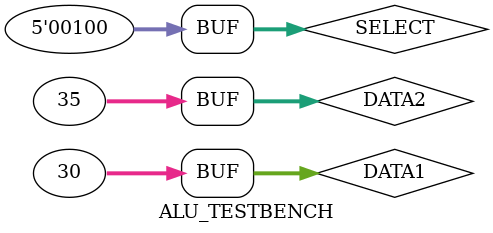
<source format=v>
`timescale 1ns/100ps // defining the time units used in the system

module ALU(DATA1, DATA2, RESULT, SELECT, ZERO, SIGN_BIT, SLTU_BIT);
    input[31:0] DATA1, DATA2;   // defining variables to get the input values
    input[4:0] SELECT;          // variable to store the ALU opcode
    output reg[31:0] RESULT;    // variable to store the result of the ALU
    output ZERO, SIGN_BIT, SLTU_BIT;

// defining variables to store the results of each airthmatic operation
    wire[31:0]  AND_RES,    // and operation
                OR_RES,     // or operation
                XOR_RES,    // xor operation 
                ADD_RES,    // addition operation
                SUB_RES,    // subtraction
                SLL_RES,    // shift left logical
                SRL_RES,    // shift right logical
                SRA_RES,    // shift right airthmatic
                FWD_RES,    // forward operation
                MUL_RES,    // multiplication
                MULH_RES,   // multiplication higher signed * signed
                MULHU_RES,  // multiplication higher unsigned * unsigned
                MULHSU_RES, // multiplication higher signed * unsigned
                DIV_RES,    // division
                DIVU_RES,       // unsigned division
                REM_RES,    // signed remainder
                REMU_RES,    // unsigned remainder
                SLT_RES,    // less than
                SLTU_RES;   // less than unsigned


    assign ZERO = ~(|RESULT);
    assign SIGN_BIT = RESULT[31];
    assign SLTU_BIT = SLTU_RES[0]; 

    // operating bitwise operations with 3 time unit delay

    //R type instructions
    assign  #1 AND_RES = DATA1 & DATA2;
    assign  #1 OR_RES = DATA1 | DATA2;
    assign  #1 XOR_RES = DATA1 ^ DATA2;
    assign  #2 ADD_RES = DATA1 + DATA2;
    assign  #2 SUB_RES = DATA1 - DATA2;

    // forwading operation
    assign  #3 FWD_RES = DATA2;
    

    // shift operations
    assign  #1 SLL_RES = DATA1 << DATA2;
    assign  #1 SRL_RES = DATA1 >> DATA2;
    assign  #1 SRA_RES = DATA1 >>> DATA2;

    // multipication operation
    assign  #3 MUL_RES = DATA1 * DATA2;
    assign  #3 MULH_RES = $signed(DATA1) * $signed(DATA2);
    assign  #3 MULHU_RES = $unsigned(DATA1) * $unsigned(DATA2);
    assign  #3 MULHSU_RES = $signed(DATA1) * $unsigned(DATA2);

    // division operation
    assign  #3 DIV_RES = DATA1 / DATA2;
    assign  #3 DIVU_RES = $unsigned(DATA1) / $unsigned(DATA2);


    // remainder operations
    assign  #3 REM_RES = $signed(DATA1) % $signed(DATA2);
    assign  #3 REMU_RES = $unsigned(DATA1) % $unsigned(DATA2);

    // set the output value according to the comparison of DATA1 and DATA2
    assign  #1 SLT_RES = ($signed(DATA1) < $signed(DATA2)) ? 32'd1 : 32'd0;
    assign  #1 SLTU_RES = ($unsigned(DATA1) < $unsigned(DATA2)) ? 32'd1 : 32'd0;


    always@(*)
    begin
        case(SELECT)
        8'b00000000: begin
            RESULT = ADD_RES;
        end
        8'b00000001: begin
            RESULT = SUB_RES;
        end
        8'b00000010: begin
            RESULT = AND_RES;
        end
        8'b00000011: begin
            RESULT = OR_RES;
        end
        8'b00000100: begin
            RESULT = XOR_RES;
        end
        8'b00000101: begin
            RESULT = SLL_RES;
        end
        8'b00000110: begin
            RESULT = SRL_RES;
        end
        8'b00000111: begin
            RESULT = SRA_RES;
        end
        8'b00001000: begin
            RESULT = MUL_RES;
        end
        8'b00001001: begin
            RESULT = MULH_RES;
        end
        8'b00001010: begin
            RESULT = MULHU_RES;
        end
        8'b00001011: begin
            RESULT = MULHSU_RES;
        end
        8'b00001100: begin
            RESULT = DIV_RES;
        end
        8'b00001101: begin
            RESULT = DIVU_RES;
        end
        8'b00001110: begin
            RESULT = REM_RES;
        end
        8'b00001111: begin
            RESULT = REMU_RES;
        end
        8'b00010000: begin
            RESULT = SLT_RES;
        end
        8'b00010001: begin
            RESULT = SLTU_RES;
        end
        default:RESULT = 31'd0;
    endcase
    end


endmodule


module ALU_TESTBENCH();

    reg [31:0] DATA1, DATA2;
    reg [4:0] SELECT;
    wire [31:0] RESULT;
    wire ZERO, SIGN, SLTU;

    ALU ALU_TEST(DATA1, DATA2, RESULT, SELECT, ZERO, SIGN, SLTU);
        initial
        begin
            $monitor("DATA1: %b,DATA2: %b,SELECT: %b,RESULT: %b",DATA1,DATA2,SELECT,RESULT);
        end

        initial
        begin
            DATA1 = 32'd30;
            DATA2 = 32'd35;
            SELECT = 8'b00000000;
            #5
            $display("Test 1 passed");
            SELECT = 8'b00000001;
            #5
            $display("Test 2 paassed");
            SELECT = 8'b00000010;
            #5 
            $display ("Test 3 passed");
            SELECT = 8'b00000011;
            #5 
            $display ("Test 4 passed");
            SELECT = 8'b00000100;
            #5 
            $display ("Test 5 passed");


            
        end


endmodule



/*multiplication higher signed * signed
For example, if you multiply a signed variable with a 4-bit width by another signed variable with a 3-bit width, 
the result will be a signed variable with a bit width of 7 (4 + 3).However, if both operands have the same bit width, 
the result will have twice the bit width of the operands, to accommodate the possibility of overflow.When multiplying
signed variables, the result can be positive or negative, depending on the signs of the operands. If both operands 
have the same sign (both positive or both negative), the result will be positive. If the operands have opposite signs, 
the result will be negative.It is important to note that signed multiplication can result in overflow, which occurs when 
the result is too large to be represented in the allocated bit width. To prevent overflow, you can use larger bit widths 
or scaling factors to reduce the magnitude of the operands before multiplication.*/


/*multiplication higher unsigned * unsigned
It is important to note that unsigned multiplication can result in overflow, which occurs when the result is too large to be 
represented in the allocated bit width. To prevent overflow, you can use larger bit widths or scaling factors to reduce the 
magnitude of the operands before multiplication.
*/


/*multiplication higher signed * unsigned
It is important to note that signed multiplication can result in overflow, which occurs when the result is too large to be 
represented in the allocated bit width. To prevent overflow, you can use larger bit widths or scaling factors to reduce the 
magnitude of the operands before multiplication.
*/


/*

BR_BEQ - Branch on Equal: This branch output signal is set when two operands are equal. 

BR_BNE - Branch on Not Equal: This branch output signal is set when two operands are not equal.

BR_BLT - Branch on Less Than: This branch output signal is set when one operand is less than another operand. 

BR_BGE - Branch on Greater Than or Equal: This branch output signal is set when one operand is greater than or equal to another operand. 

BR_BLTU - Branch on Less Than Unsigned: This branch output signal is set when one operand is less than another operand, 

BR_BGEU - Branch on Greater Than or Equal Unsigned: This branch output signal is set when one operand is greater than or equal to 
another operand,


zero_signal:
zero_signal typically refers to a signal or a flag that is set to indicate whether the result of an operation is zero or not. 
For example, in a processor's ALU (Arithmetic Logic Unit), after performing an arithmetic or logical operation, a zero_signal 
may be set to 1 if the result is zero, and 0 otherwise. This zero_signal can then be used by subsequent instructions or operations 
that depend on the result of the previous operation.

sign_bit_signal:
sign_bit_signal refers to a signal or a bit that represents the sign of a number. In computers, numbers are represented in binary 
form using a fixed number of bits. The leftmost bit in the binary representation is called the sign bit. If this bit is 0, then the 
number is positive; if it is 1, then the number is negative. For example, in an 8-bit binary number, if the sign bit is 1, then the 
number is in the range -128 to -1, and if it is 0, then the number is in the range 0 to 127.

sltu_bit_signal:
sltu_bit_signal typically refers to a signal or a bit that is set to 1 if an unsigned integer comparison is true, and 0 otherwise. 
In computer architecture, the SLTU instruction (Set Less Than Unsigned) compares two unsigned integers and sets a register or flag 
to 1 if the first operand is less than the second operand, and to 0 otherwise. The sltu_bit_signal is set to the output of this 
comparison, and can be used by subsequent instructions or operations that depend on the result of the comparison.
*/

/*The timescale directive is used to define the time units used in the system. In this case, it specifies a timescale of 1 nanosecond (ns) for simulation purposes, 
with a time precision of 100 picoseconds (ps).

The module keyword is used to define the ALU module, and it has five output signals: RESULT, ZERO, SIGN_BIT, SLTU_BIT, and a 32-bit wide input for each data value.

The wire keyword is used to define intermediate signals that connect different parts of the module together. In this case, it defines wires for each possible operation's
 result, which can be used to calculate the final output of the module.

The assign keyword is used to define combinational logic that calculates a value based on the inputs. In this case, it is used to assign the values of the ZERO, 
SIGN_BIT, and SLTU_BIT outputs, which are calculated based on the value of RESULT and SLTU_RES.

It's worth noting that the code snippet you provided is incomplete, as some of the operations are missing their implementation. You would need to fill in the logic 
for each operation in order to have a functional ALU.

The ALU module performs different arithmetic, logic, and shift operations based on the SELECT input signal. The assign statements define each operation's output 
result and the time unit delay needed to calculate the operation's result.

The bitwise operations AND, OR, and XOR, take one time unit to calculate. The addition and subtraction operations ADD and SUB, take two time units. 
The forward operation FWD takes three time units, as it doesn't require any calculation.

The shift operations SLL, SRL, and SRA take one time unit to calculate. The multiplication operations MUL, MULH, MULHU, and MULHSU, take three time units. 
The division operations DIV and DIVU, take three time units. The remainder operations REM and REMU, take three time units.

Finally, the comparison operations SLT and SLTU take one time unit to calculate. SLT performs a signed comparison between DATA1 and DATA2 and returns 1 
if DATA1 is less than DATA2; otherwise, it returns 0. SLTU performs an unsigned comparison between DATA1 and DATA2 and returns 1 if DATA1 is less than DATA2; 
otherwise, it returns 0.

Overall, this code defines an ALU module that can perform various arithmetic and logic operations on two 32-bit input values, with different time delays 
depending on the operation type.

This specific ALU has 5 inputs and 3 outputs. The inputs are DATA1, DATA2, SELECT, ZERO, and SIGN_BIT. DATA1 and DATA2 are 32-bit input operands, SELECT is a 5-bit input operand that specifies the operation to be performed by the ALU, ZERO is a 1-bit output that indicates if the result is zero, and SIGN_BIT is a 1-bit output that indicates the sign of the result.

The ALU supports the following operations:

Addition
Subtraction
Bitwise AND
Bitwise OR
Bitwise XOR
Shift left logical
Shift right logical
Shift right arithmetic
Forwarding operation
Multiplication
Multiplication higher signed * signed
Multiplication higher unsigned * unsigned
Multiplication higher signed * unsigned
Division
Unsigned division
Remainder
Unsigned remainder
Comparison for less than
Comparison for less than unsigned
The ALU uses a case statement to select the appropriate output RESULT based on the SELECT input. The result is stored in a 32-bit register.

The ALU also has 16 internal wires (AND_RES, OR_RES, XOR_RES, ADD_RES, SUB_RES, SLL_RES, SRL_RES, SRA_RES, FWD_RES, MUL_RES, MULH_RES, MULHU_RES,
 MULHSU_RES, DIV_RES, DIVU_RES, REM_RES, and REMU_RES) that store the result of each arithmetic operation. Each operation is implemented with a specific time delay,
  ranging from 1 to 3 time units, depending on the operation.

Finally, the ALU has two output wires (SLT_RES and SLTU_RES) that store the result of the comparison for less than and less than unsigned operations, respectively.

Note that this code is incomplete, and some parts of it may not make sense without the context of the entire system it is intended to be used in.

*/





</source>
